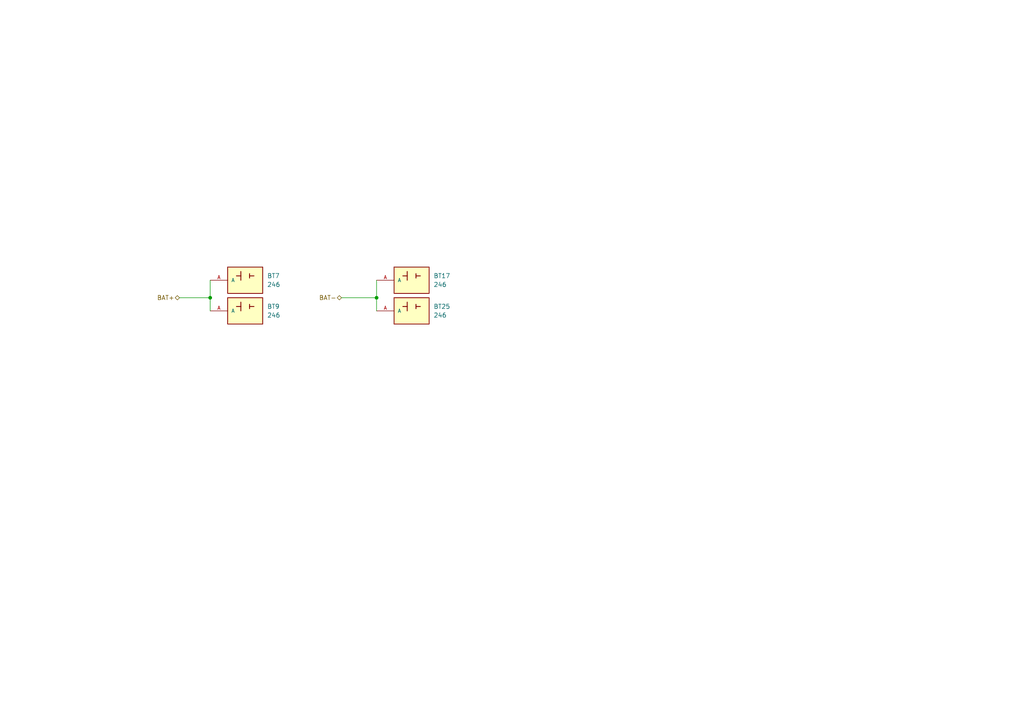
<source format=kicad_sch>
(kicad_sch (version 20231120) (generator "eeschema") (generator_version "8.0")
  (paper "A4")
  (lib_symbols
    (symbol "246:246" (pin_names (offset 1.016))
      (property "Reference" "BT" (at -5.08 3.302 0))
      (property "Value" "246" (at -5.08 -7.62 0))
      (symbol "246_0_0"
        (rectangle (start -5.08 2.54) (end 5.08 -5.08) (stroke (width 0.254)) (fill (type background)))
        (polyline (pts (xy -1.27 0) (xy -2.54 0)) (stroke (width 0.254)))
        (polyline (pts (xy -1.27 0) (xy -1.27 -1.27)) (stroke (width 0.254)))
        (polyline (pts (xy -1.27 1.27) (xy -1.27 0)) (stroke (width 0.254)))
        (polyline (pts (xy 1.27 0) (xy 1.27 -0.635)) (stroke (width 0.254)))
        (polyline (pts (xy 1.27 0) (xy 2.54 0)) (stroke (width 0.254)))
        (polyline (pts (xy 1.27 0.635) (xy 1.27 0)) (stroke (width 0.254)))
      )
      (symbol "246_1_0"
        (pin passive line (at -10.16 -1.27 0) (length 5.08) (name "A") (number "A"))
      )
    )
  )
  (junction (at 60.96 86.36))
  (junction (at 109.22 86.36))
  (wire (pts (xy 99.06 86.36) (xy 109.22 86.36)))
  (wire (pts (xy 52.07 86.36) (xy 60.96 86.36)))
  (wire (pts (xy 109.22 81.28) (xy 109.22 86.36)))
  (wire (pts (xy 60.96 86.36) (xy 60.96 90.17)))
  (wire (pts (xy 109.22 86.36) (xy 109.22 90.17)))
  (wire (pts (xy 60.96 81.28) (xy 60.96 86.36)))
  (hierarchical_label "BAT+" (shape bidirectional) (at 52.07 86.36 180))
  (hierarchical_label "BAT-" (shape bidirectional) (at 99.06 86.36 180))
  (symbol (lib_id "246:246") (at 119.38 80.01 0) (unit 1)
    (property "Reference" "BT17" (at 125.73 80.0099 0) (effects (justify left)))
    (property "Value" "246" (at 125.73 82.5499 0) (effects (justify left)))
    (property "Footprint" "246:BAT_246" (effects (hide yes)))
    (property "PARTREV" "B" (effects (hide yes)))
    (property "SNAPEDA_PN" "246" (effects (hide yes)))
    (property "MAXIMUM_PACKAGE_HEIGHT" "19.04mm" (effects (hide yes)))
    (instances (project "BounceBack" (path "" (reference "BT17") (unit 1)) (path "" (reference "BT18") (unit 1)) (path "" (reference "BT19") (unit 1)) (path "" (reference "BT20") (unit 1)) (path "" (reference "BT21") (unit 1)) (path "" (reference "BT22") (unit 1)) (path "" (reference "BT23") (unit 1)) (path "" (reference "BT24") (unit 1))))
  )
  (symbol (lib_id "246:246") (at 71.12 80.01 0) (unit 1)
    (property "Reference" "BT7" (at 77.47 80.0099 0) (effects (justify left)))
    (property "Value" "246" (at 77.47 82.5499 0) (effects (justify left)))
    (property "Footprint" "246:BAT_246" (effects (hide yes)))
    (property "PARTREV" "B" (effects (hide yes)))
    (property "SNAPEDA_PN" "246" (effects (hide yes)))
    (property "MAXIMUM_PACKAGE_HEIGHT" "19.04mm" (effects (hide yes)))
    (instances (project "BounceBack" (path "" (reference "BT7") (unit 1)) (path "" (reference "BT1") (unit 1)) (path "" (reference "BT2") (unit 1)) (path "" (reference "BT3") (unit 1)) (path "" (reference "BT4") (unit 1)) (path "" (reference "BT5") (unit 1)) (path "" (reference "BT6") (unit 1)) (path "" (reference "BT8") (unit 1))))
  )
  (symbol (lib_id "246:246") (at 71.12 88.9 0) (unit 1)
    (property "Reference" "BT9" (at 77.47 88.8999 0) (effects (justify left)))
    (property "Value" "246" (at 77.47 91.4399 0) (effects (justify left)))
    (property "Footprint" "246:BAT_246" (effects (hide yes)))
    (property "PARTREV" "B" (effects (hide yes)))
    (property "SNAPEDA_PN" "246" (effects (hide yes)))
    (property "MAXIMUM_PACKAGE_HEIGHT" "19.04mm" (effects (hide yes)))
    (instances (project "BounceBack" (path "" (reference "BT9") (unit 1)) (path "" (reference "BT10") (unit 1)) (path "" (reference "BT11") (unit 1)) (path "" (reference "BT12") (unit 1)) (path "" (reference "BT13") (unit 1)) (path "" (reference "BT14") (unit 1)) (path "" (reference "BT15") (unit 1)) (path "" (reference "BT16") (unit 1))))
  )
  (symbol (lib_id "246:246") (at 119.38 88.9 0) (unit 1)
    (property "Reference" "BT25" (at 125.73 88.8999 0) (effects (justify left)))
    (property "Value" "246" (at 125.73 91.4399 0) (effects (justify left)))
    (property "Footprint" "246:BAT_246" (effects (hide yes)))
    (property "PARTREV" "B" (effects (hide yes)))
    (property "SNAPEDA_PN" "246" (effects (hide yes)))
    (property "MAXIMUM_PACKAGE_HEIGHT" "19.04mm" (effects (hide yes)))
    (instances (project "BounceBack" (path "" (reference "BT25") (unit 1)) (path "" (reference "BT26") (unit 1)) (path "" (reference "BT27") (unit 1)) (path "" (reference "BT28") (unit 1)) (path "" (reference "BT29") (unit 1)) (path "" (reference "BT30") (unit 1)) (path "" (reference "BT31") (unit 1)) (path "" (reference "BT32") (unit 1))))
  )
)
</source>
